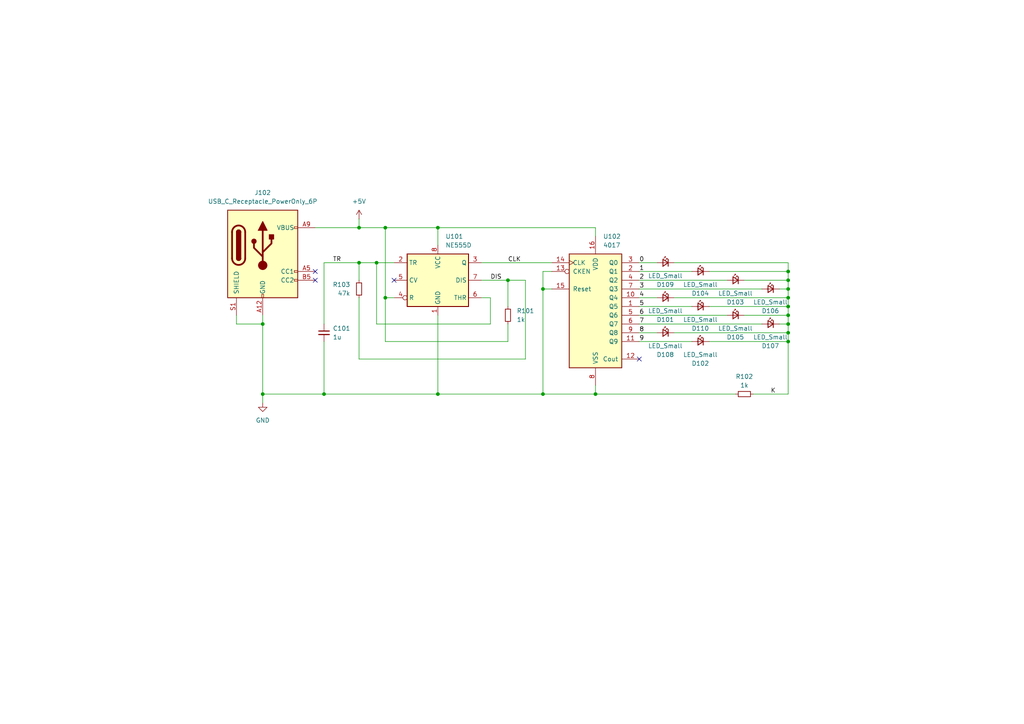
<source format=kicad_sch>
(kicad_sch (version 20231120) (generator "eeschema") (generator_version "8.0")
  (paper "A4")
  (lib_symbols
    (symbol "4xxx:4017" (pin_names (offset 1.016))
      (property "Reference" "U" (at -7.62 16.51 0))
      (property "Value" "4017" (at -7.62 -19.05 0))
      (symbol "4017_1_0"
        (pin output line (at 12.7 0 180) (length 5.08) (name "Q5") (number "1"))
        (pin output line (at 12.7 2.54 180) (length 5.08) (name "Q4") (number "10"))
        (pin output line (at 12.7 -10.16 180) (length 5.08) (name "Q9") (number "11"))
        (pin output line (at 12.7 -15.24 180) (length 5.08) (name "Cout") (number "12"))
        (pin input inverted (at -12.7 10.16 0) (length 5.08) (name "CKEN") (number "13"))
        (pin input clock (at -12.7 12.7 0) (length 5.08) (name "CLK") (number "14"))
        (pin input line (at -12.7 5.08 0) (length 5.08) (name "Reset") (number "15"))
        (pin power_in line (at 0 20.32 270) (length 5.08) (name "VDD") (number "16"))
        (pin output line (at 12.7 10.16 180) (length 5.08) (name "Q1") (number "2"))
        (pin output line (at 12.7 12.7 180) (length 5.08) (name "Q0") (number "3"))
        (pin output line (at 12.7 7.62 180) (length 5.08) (name "Q2") (number "4"))
        (pin output line (at 12.7 -2.54 180) (length 5.08) (name "Q6") (number "5"))
        (pin output line (at 12.7 -5.08 180) (length 5.08) (name "Q7") (number "6"))
        (pin output line (at 12.7 5.08 180) (length 5.08) (name "Q3") (number "7"))
        (pin power_in line (at 0 -22.86 90) (length 5.08) (name "VSS") (number "8"))
        (pin output line (at 12.7 -7.62 180) (length 5.08) (name "Q8") (number "9"))
      )
      (symbol "4017_1_1"
        (rectangle (start -7.62 15.24) (end 7.62 -17.78) (stroke (width 0.254)) (fill (type background)))
      )
    )
    (symbol "Connector:USB_C_Receptacle_PowerOnly_6P" (pin_names (offset 1.016))
      (property "Reference" "J" (at 0 16.51 0))
      (property "Value" "USB_C_Receptacle_PowerOnly_6P" (at 0 13.97 0))
      (symbol "USB_C_Receptacle_PowerOnly_6P_0_0"
        (rectangle (start -0.254 -12.7) (end 0.254 -11.684))
        (rectangle (start 10.16 -7.366) (end 9.144 -7.874))
        (rectangle (start 10.16 -4.826) (end 9.144 -5.334))
        (rectangle (start 10.16 7.874) (end 9.144 7.366))
      )
      (symbol "USB_C_Receptacle_PowerOnly_6P_0_1"
        (rectangle (start -10.16 12.7) (end 10.16 -12.7) (stroke (width 0.254)) (fill (type background)))
        (arc (start -8.89 -1.27) (mid -6.985 -3.1667) (end -5.08 -1.27) (stroke (width 0.508)))
        (arc (start -7.62 -1.27) (mid -6.985 -1.9023) (end -6.35 -1.27) (stroke (width 0.254)))
        (arc (start -7.62 -1.27) (mid -6.985 -1.9023) (end -6.35 -1.27) (stroke (width 0.254)) (fill (type outline)))
        (rectangle (start -7.62 -1.27) (end -6.35 6.35) (stroke (width 0.254)) (fill (type outline)))
        (arc (start -6.35 6.35) (mid -6.985 6.9823) (end -7.62 6.35) (stroke (width 0.254)))
        (arc (start -6.35 6.35) (mid -6.985 6.9823) (end -7.62 6.35) (stroke (width 0.254)) (fill (type outline)))
        (arc (start -5.08 6.35) (mid -6.985 8.2467) (end -8.89 6.35) (stroke (width 0.508)))
        (circle (center -2.54 3.683) (radius 0.635) (stroke (width 0.254)) (fill (type outline)))
        (circle (center 0 -3.302) (radius 1.27) (fill (type outline)))
        (polyline (pts (xy -8.89 -1.27) (xy -8.89 6.35)) (stroke (width 0.508)))
        (polyline (pts (xy -5.08 6.35) (xy -5.08 -1.27)) (stroke (width 0.508)))
        (polyline (pts (xy 0 -3.302) (xy 0 6.858)) (stroke (width 0.508)))
        (polyline (pts (xy 0 -0.762) (xy -2.54 1.778) (xy -2.54 3.048)) (stroke (width 0.508)))
        (polyline (pts (xy 0 0.508) (xy 2.54 3.048) (xy 2.54 4.318)) (stroke (width 0.508)))
        (polyline (pts (xy -1.27 6.858) (xy 0 9.398) (xy 1.27 6.858) (xy -1.27 6.858)) (stroke (width 0.254)) (fill (type outline)))
        (rectangle (start 1.905 4.318) (end 3.175 5.588) (stroke (width 0.254)) (fill (type outline)))
      )
      (symbol "USB_C_Receptacle_PowerOnly_6P_1_1"
        (pin passive line (at 0 -17.78 90) (length 5.08) (name "GND") (number "A12"))
        (pin bidirectional line (at 15.24 -5.08 180) (length 5.08) (name "CC1") (number "A5"))
        (pin passive line (at 15.24 7.62 180) (length 5.08) (name "VBUS") (number "A9"))
        (pin passive line (at 0 -17.78 90) (length 5.08) hide (name "GND") (number "B12"))
        (pin bidirectional line (at 15.24 -7.62 180) (length 5.08) (name "CC2") (number "B5"))
        (pin passive line (at 15.24 7.62 180) (length 5.08) hide (name "VBUS") (number "B9"))
        (pin passive line (at -7.62 -17.78 90) (length 5.08) (name "SHIELD") (number "S1"))
      )
    )
    (symbol "Device:C_Small" (pin_numbers hide) (pin_names (offset 0.254) hide)
      (property "Reference" "C" (at 0.254 1.778 0))
      (property "Value" "C_Small" (at 0.254 -2.032 0))
      (symbol "C_Small_0_1"
        (polyline (pts (xy -1.524 -0.508) (xy 1.524 -0.508)) (stroke (width 0.3302)))
        (polyline (pts (xy -1.524 0.508) (xy 1.524 0.508)) (stroke (width 0.3048)))
      )
      (symbol "C_Small_1_1"
        (pin passive line (at 0 2.54 270) (length 2.032) (name "~") (number "1"))
        (pin passive line (at 0 -2.54 90) (length 2.032) (name "~") (number "2"))
      )
    )
    (symbol "Device:LED_Small" (pin_numbers hide) (pin_names (offset 0.254) hide)
      (property "Reference" "D" (at -1.27 3.175 0))
      (property "Value" "LED_Small" (at -4.445 -2.54 0))
      (symbol "LED_Small_0_1"
        (polyline (pts (xy -0.762 -1.016) (xy -0.762 1.016)) (stroke (width 0.254)))
        (polyline (pts (xy 1.016 0) (xy -0.762 0)))
        (polyline (pts (xy 0.762 -1.016) (xy -0.762 0) (xy 0.762 1.016) (xy 0.762 -1.016)) (stroke (width 0.254)))
        (polyline (pts (xy 0 0.762) (xy -0.508 1.27) (xy -0.254 1.27) (xy -0.508 1.27) (xy -0.508 1.016)))
        (polyline (pts (xy 0.508 1.27) (xy 0 1.778) (xy 0.254 1.778) (xy 0 1.778) (xy 0 1.524)))
      )
      (symbol "LED_Small_1_1"
        (pin passive line (at -2.54 0 0) (length 1.778) (name "K") (number "1"))
        (pin passive line (at 2.54 0 180) (length 1.778) (name "A") (number "2"))
      )
    )
    (symbol "Device:R_Small" (pin_numbers hide) (pin_names (offset 0.254) hide)
      (property "Reference" "R" (at 0.762 0.508 0))
      (property "Value" "R_Small" (at 0.762 -1.016 0))
      (symbol "R_Small_0_1"
        (rectangle (start -0.762 1.778) (end 0.762 -1.778) (stroke (width 0.2032)))
      )
      (symbol "R_Small_1_1"
        (pin passive line (at 0 2.54 270) (length 0.762) (name "~") (number "1"))
        (pin passive line (at 0 -2.54 90) (length 0.762) (name "~") (number "2"))
      )
    )
    (symbol "Timer:NE555D"
      (property "Reference" "U" (at -10.16 8.89 0))
      (property "Value" "NE555D" (at 2.54 8.89 0))
      (symbol "NE555D_0_0"
        (pin power_in line (at 0 -10.16 90) (length 2.54) (name "GND") (number "1"))
        (pin power_in line (at 0 10.16 270) (length 2.54) (name "VCC") (number "8"))
      )
      (symbol "NE555D_0_1"
        (rectangle (start -8.89 -7.62) (end 8.89 7.62) (stroke (width 0.254)) (fill (type background)))
        (rectangle (start -8.89 -7.62) (end 8.89 7.62) (stroke (width 0.254)) (fill (type background)))
      )
      (symbol "NE555D_1_1"
        (pin input line (at -12.7 5.08 0) (length 3.81) (name "TR") (number "2"))
        (pin output line (at 12.7 5.08 180) (length 3.81) (name "Q") (number "3"))
        (pin input inverted (at -12.7 -5.08 0) (length 3.81) (name "R") (number "4"))
        (pin input line (at -12.7 0 0) (length 3.81) (name "CV") (number "5"))
        (pin input line (at 12.7 -5.08 180) (length 3.81) (name "THR") (number "6"))
        (pin input line (at 12.7 0 180) (length 3.81) (name "DIS") (number "7"))
      )
    )
    (symbol "power:+5V" (power) (pin_numbers hide) (pin_names (offset 0) hide)
      (property "Value" "+5V" (at 0 3.556 0))
      (symbol "+5V_0_1"
        (polyline (pts (xy -0.762 1.27) (xy 0 2.54)))
        (polyline (pts (xy 0 0) (xy 0 2.54)))
        (polyline (pts (xy 0 2.54) (xy 0.762 1.27)))
      )
      (symbol "+5V_1_1"
        (pin power_in line (at 0 0 90) (length 0) (name "~") (number "1"))
      )
    )
    (symbol "power:GND" (power) (pin_numbers hide) (pin_names (offset 0) hide)
      (property "Value" "GND" (at 0 -3.81 0))
      (symbol "GND_0_1"
        (polyline (pts (xy 0 0) (xy 0 -1.27) (xy 1.27 -1.27) (xy 0 -2.54) (xy -1.27 -1.27) (xy 0 -1.27)))
      )
      (symbol "GND_1_1"
        (pin power_in line (at 0 0 270) (length 0) (name "~") (number "1"))
      )
    )
  )
  (junction (at 228.6 88.9))
  (junction (at 93.98 114.3))
  (junction (at 147.32 81.28))
  (junction (at 228.6 83.82))
  (junction (at 228.6 78.74))
  (junction (at 76.2 114.3))
  (junction (at 228.6 81.28))
  (junction (at 228.6 96.52))
  (junction (at 104.14 76.2))
  (junction (at 76.2 93.98))
  (junction (at 172.72 114.3))
  (junction (at 127 114.3))
  (junction (at 127 66.04))
  (junction (at 228.6 99.06))
  (junction (at 111.76 66.04))
  (junction (at 109.22 76.2))
  (junction (at 228.6 86.36))
  (junction (at 157.48 83.82))
  (junction (at 104.14 66.04))
  (junction (at 228.6 93.98))
  (junction (at 228.6 91.44))
  (junction (at 157.48 114.3))
  (junction (at 111.76 86.36))
  (no_connect (at 114.3 81.28))
  (no_connect (at 91.44 81.28))
  (no_connect (at 91.44 78.74))
  (no_connect (at 185.42 104.14))
  (wire (pts (xy 157.48 83.82) (xy 160.02 83.82)))
  (wire (pts (xy 76.2 93.98) (xy 76.2 114.3)))
  (wire (pts (xy 93.98 114.3) (xy 127 114.3)))
  (wire (pts (xy 185.42 93.98) (xy 220.98 93.98)))
  (wire (pts (xy 172.72 114.3) (xy 213.36 114.3)))
  (wire (pts (xy 109.22 76.2) (xy 114.3 76.2)))
  (wire (pts (xy 185.42 76.2) (xy 190.5 76.2)))
  (wire (pts (xy 228.6 88.9) (xy 228.6 91.44)))
  (wire (pts (xy 139.7 81.28) (xy 147.32 81.28)))
  (wire (pts (xy 152.4 104.14) (xy 152.4 81.28)))
  (wire (pts (xy 172.72 111.76) (xy 172.72 114.3)))
  (wire (pts (xy 111.76 66.04) (xy 127 66.04)))
  (wire (pts (xy 185.42 86.36) (xy 190.5 86.36)))
  (wire (pts (xy 185.42 88.9) (xy 200.66 88.9)))
  (wire (pts (xy 76.2 91.44) (xy 76.2 93.98)))
  (wire (pts (xy 104.14 66.04) (xy 111.76 66.04)))
  (wire (pts (xy 114.3 86.36) (xy 111.76 86.36)))
  (wire (pts (xy 218.44 114.3) (xy 228.6 114.3)))
  (wire (pts (xy 185.42 83.82) (xy 220.98 83.82)))
  (wire (pts (xy 147.32 99.06) (xy 111.76 99.06)))
  (wire (pts (xy 228.6 96.52) (xy 228.6 99.06)))
  (wire (pts (xy 76.2 114.3) (xy 76.2 116.84)))
  (wire (pts (xy 91.44 66.04) (xy 104.14 66.04)))
  (wire (pts (xy 195.58 96.52) (xy 228.6 96.52)))
  (wire (pts (xy 139.7 86.36) (xy 142.24 86.36)))
  (wire (pts (xy 93.98 99.06) (xy 93.98 114.3)))
  (wire (pts (xy 111.76 86.36) (xy 111.76 66.04)))
  (wire (pts (xy 68.58 93.98) (xy 76.2 93.98)))
  (wire (pts (xy 104.14 86.36) (xy 104.14 104.14)))
  (wire (pts (xy 142.24 86.36) (xy 142.24 93.98)))
  (wire (pts (xy 228.6 93.98) (xy 228.6 96.52)))
  (wire (pts (xy 139.7 76.2) (xy 160.02 76.2)))
  (wire (pts (xy 142.24 93.98) (xy 109.22 93.98)))
  (wire (pts (xy 93.98 76.2) (xy 104.14 76.2)))
  (wire (pts (xy 157.48 78.74) (xy 157.48 83.82)))
  (wire (pts (xy 195.58 76.2) (xy 228.6 76.2)))
  (wire (pts (xy 215.9 91.44) (xy 228.6 91.44)))
  (wire (pts (xy 93.98 93.98) (xy 93.98 76.2)))
  (wire (pts (xy 205.74 78.74) (xy 228.6 78.74)))
  (wire (pts (xy 185.42 81.28) (xy 210.82 81.28)))
  (wire (pts (xy 157.48 114.3) (xy 127 114.3)))
  (wire (pts (xy 195.58 86.36) (xy 228.6 86.36)))
  (wire (pts (xy 127 71.12) (xy 127 66.04)))
  (wire (pts (xy 228.6 83.82) (xy 228.6 86.36)))
  (wire (pts (xy 111.76 99.06) (xy 111.76 86.36)))
  (wire (pts (xy 104.14 104.14) (xy 152.4 104.14)))
  (wire (pts (xy 104.14 63.5) (xy 104.14 66.04)))
  (wire (pts (xy 228.6 86.36) (xy 228.6 88.9)))
  (wire (pts (xy 147.32 93.98) (xy 147.32 99.06)))
  (wire (pts (xy 172.72 66.04) (xy 172.72 68.58)))
  (wire (pts (xy 185.42 78.74) (xy 200.66 78.74)))
  (wire (pts (xy 228.6 76.2) (xy 228.6 78.74)))
  (wire (pts (xy 205.74 99.06) (xy 228.6 99.06)))
  (wire (pts (xy 185.42 91.44) (xy 210.82 91.44)))
  (wire (pts (xy 104.14 81.28) (xy 104.14 76.2)))
  (wire (pts (xy 205.74 88.9) (xy 228.6 88.9)))
  (wire (pts (xy 160.02 78.74) (xy 157.48 78.74)))
  (wire (pts (xy 147.32 81.28) (xy 147.32 88.9)))
  (wire (pts (xy 127 66.04) (xy 172.72 66.04)))
  (wire (pts (xy 215.9 81.28) (xy 228.6 81.28)))
  (wire (pts (xy 127 114.3) (xy 127 91.44)))
  (wire (pts (xy 76.2 114.3) (xy 93.98 114.3)))
  (wire (pts (xy 228.6 78.74) (xy 228.6 81.28)))
  (wire (pts (xy 172.72 114.3) (xy 157.48 114.3)))
  (wire (pts (xy 104.14 76.2) (xy 109.22 76.2)))
  (wire (pts (xy 226.06 83.82) (xy 228.6 83.82)))
  (wire (pts (xy 185.42 99.06) (xy 200.66 99.06)))
  (wire (pts (xy 157.48 83.82) (xy 157.48 114.3)))
  (wire (pts (xy 228.6 99.06) (xy 228.6 114.3)))
  (wire (pts (xy 68.58 91.44) (xy 68.58 93.98)))
  (wire (pts (xy 226.06 93.98) (xy 228.6 93.98)))
  (wire (pts (xy 185.42 96.52) (xy 190.5 96.52)))
  (wire (pts (xy 228.6 81.28) (xy 228.6 83.82)))
  (wire (pts (xy 152.4 81.28) (xy 147.32 81.28)))
  (wire (pts (xy 109.22 93.98) (xy 109.22 76.2)))
  (wire (pts (xy 228.6 91.44) (xy 228.6 93.98)))
  (label "6" (at 185.42 91.44 0))
  (label "1" (at 185.42 78.74 0))
  (label "DIS" (at 142.24 81.28 0))
  (label "9" (at 185.42 99.06 0))
  (label "7" (at 185.42 93.98 0))
  (label "4" (at 185.42 86.36 0))
  (label "2" (at 185.42 81.28 0))
  (label "0" (at 185.42 76.2 0))
  (label "TR" (at 96.52 76.2 0))
  (label "K" (at 223.52 114.3 0))
  (label "3" (at 185.42 83.82 0))
  (label "5" (at 185.42 88.9 0))
  (label "8" (at 185.42 96.52 0))
  (label "CLK" (at 147.32 76.2 0))
  (symbol (lib_id "Timer:NE555D") (at 127 81.28 0) (unit 1)
    (property "Reference" "U101" (at 129.1941 68.58 0) (effects (justify left)))
    (property "Value" "NE555D" (at 129.1941 71.12 0) (effects (justify left)))
    (property "Footprint" "Package_SO:SOIC-8_3.9x4.9mm_P1.27mm" (effects (hide yes)))
    (property "Datasheet" "http://www.ti.com/lit/ds/symlink/ne555.pdf" (effects (hide yes)))
    (property "Description" "Precision Timers, 555 compatible, SOIC-8" (effects (hide yes)))
  )
  (symbol (lib_id "Device:LED_Small") (at 203.2 78.74 0) (mirror y) (unit 1)
    (property "Reference" "D104" (at 203.1365 85.09 0))
    (property "Value" "LED_Small" (at 203.1365 82.55 0))
    (property "Footprint" "LED_SMD:LED_0402_1005Metric" (effects (hide yes)))
    (property "Description" "Light emitting diode, small symbol" (effects (hide yes)))
  )
  (symbol (lib_id "Device:LED_Small") (at 203.2 88.9 0) (mirror y) (unit 1)
    (property "Reference" "D110" (at 203.1365 95.25 0))
    (property "Value" "LED_Small" (at 203.1365 92.71 0))
    (property "Footprint" "LED_SMD:LED_0402_1005Metric" (effects (hide yes)))
    (property "Description" "Light emitting diode, small symbol" (effects (hide yes)))
  )
  (symbol (lib_id "Device:LED_Small") (at 213.36 81.28 0) (mirror y) (unit 1)
    (property "Reference" "D103" (at 213.2965 87.63 0))
    (property "Value" "LED_Small" (at 213.2965 85.09 0))
    (property "Footprint" "LED_SMD:LED_0402_1005Metric" (effects (hide yes)))
    (property "Description" "Light emitting diode, small symbol" (effects (hide yes)))
  )
  (symbol (lib_id "power:GND") (at 76.2 116.84 0) (unit 1)
    (property "Reference" "#PWR0102" (effects (hide yes)))
    (property "Value" "GND" (at 76.2 121.92 0))
    (property "Description" "Power symbol creates a global label with name \"GND\" , ground" (effects (hide yes)))
  )
  (symbol (lib_id "Device:R_Small") (at 215.9 114.3 90) (unit 1)
    (property "Reference" "R102" (at 215.9 109.22 90))
    (property "Value" "1k" (at 215.9 111.76 90))
    (property "Footprint" "Resistor_SMD:R_0402_1005Metric" (effects (hide yes)))
    (property "Description" "Resistor, small symbol" (effects (hide yes)))
  )
  (symbol (lib_id "Device:LED_Small") (at 223.52 93.98 0) (mirror y) (unit 1)
    (property "Reference" "D107" (at 223.4565 100.33 0))
    (property "Value" "LED_Small" (at 223.4565 97.79 0))
    (property "Footprint" "LED_SMD:LED_0402_1005Metric" (effects (hide yes)))
    (property "Description" "Light emitting diode, small symbol" (effects (hide yes)))
  )
  (symbol (lib_id "Device:LED_Small") (at 193.04 76.2 0) (mirror y) (unit 1)
    (property "Reference" "D109" (at 192.9765 82.55 0))
    (property "Value" "LED_Small" (at 192.9765 80.01 0))
    (property "Footprint" "LED_SMD:LED_0402_1005Metric" (effects (hide yes)))
    (property "Description" "Light emitting diode, small symbol" (effects (hide yes)))
  )
  (symbol (lib_id "Device:R_Small") (at 147.32 91.44 0) (unit 1)
    (property "Reference" "R101" (at 149.86 90.1699 0) (effects (justify left)))
    (property "Value" "1k" (at 149.86 92.7099 0) (effects (justify left)))
    (property "Footprint" "Resistor_SMD:R_0402_1005Metric" (effects (hide yes)))
    (property "Description" "Resistor, small symbol" (effects (hide yes)))
  )
  (symbol (lib_id "Device:LED_Small") (at 213.36 91.44 0) (mirror y) (unit 1)
    (property "Reference" "D105" (at 213.2965 97.79 0))
    (property "Value" "LED_Small" (at 213.2965 95.25 0))
    (property "Footprint" "LED_SMD:LED_0402_1005Metric" (effects (hide yes)))
    (property "Description" "Light emitting diode, small symbol" (effects (hide yes)))
  )
  (symbol (lib_id "Device:LED_Small") (at 193.04 96.52 0) (mirror y) (unit 1)
    (property "Reference" "D108" (at 192.9765 102.87 0))
    (property "Value" "LED_Small" (at 192.9765 100.33 0))
    (property "Footprint" "LED_SMD:LED_0402_1005Metric" (effects (hide yes)))
    (property "Description" "Light emitting diode, small symbol" (effects (hide yes)))
  )
  (symbol (lib_id "Connector:USB_C_Receptacle_PowerOnly_6P") (at 76.2 73.66 0) (unit 1)
    (property "Reference" "J102" (at 76.2 55.88 0))
    (property "Value" "USB_C_Receptacle_PowerOnly_6P" (at 76.2 58.42 0))
    (property "Footprint" "Connector_USB:USB_C_Receptacle_GCT_USB4135-GF-A_6P_TopMnt_Horizontal" (effects (hide yes)))
    (property "Datasheet" "https://www.usb.org/sites/default/files/documents/usb_type-c.zip" (effects (hide yes)))
    (property "Description" "USB Power-Only 6P Type-C Receptacle connector" (effects (hide yes)))
  )
  (symbol (lib_id "Device:C_Small") (at 93.98 96.52 0) (unit 1)
    (property "Reference" "C101" (at 96.52 95.2562 0) (effects (justify left)))
    (property "Value" "1u" (at 96.52 97.7962 0) (effects (justify left)))
    (property "Footprint" "Capacitor_SMD:C_0402_1005Metric" (effects (hide yes)))
    (property "Description" "Unpolarized capacitor, small symbol" (effects (hide yes)))
  )
  (symbol (lib_id "Device:LED_Small") (at 203.2 99.06 0) (mirror y) (unit 1)
    (property "Reference" "D102" (at 203.1365 105.41 0))
    (property "Value" "LED_Small" (at 203.1365 102.87 0))
    (property "Footprint" "LED_SMD:LED_0402_1005Metric" (effects (hide yes)))
    (property "Description" "Light emitting diode, small symbol" (effects (hide yes)))
  )
  (symbol (lib_id "Device:R_Small") (at 104.14 83.82 0) (mirror y) (unit 1)
    (property "Reference" "R103" (at 101.6 82.5499 0) (effects (justify left)))
    (property "Value" "47k" (at 101.6 85.0899 0) (effects (justify left)))
    (property "Footprint" "Resistor_SMD:R_0402_1005Metric" (effects (hide yes)))
    (property "Description" "Resistor, small symbol" (effects (hide yes)))
  )
  (symbol (lib_id "Device:LED_Small") (at 193.04 86.36 0) (mirror y) (unit 1)
    (property "Reference" "D101" (at 192.9765 92.71 0))
    (property "Value" "LED_Small" (at 192.9765 90.17 0))
    (property "Footprint" "LED_SMD:LED_0402_1005Metric" (effects (hide yes)))
    (property "Description" "Light emitting diode, small symbol" (effects (hide yes)))
  )
  (symbol (lib_id "power:+5V") (at 104.14 63.5 0) (unit 1)
    (property "Reference" "#PWR0101" (effects (hide yes)))
    (property "Value" "+5V" (at 104.14 58.42 0))
    (property "Description" "Power symbol creates a global label with name \"+5V\"" (effects (hide yes)))
  )
  (symbol (lib_id "Device:LED_Small") (at 223.52 83.82 0) (mirror y) (unit 1)
    (property "Reference" "D106" (at 223.4565 90.17 0))
    (property "Value" "LED_Small" (at 223.4565 87.63 0))
    (property "Footprint" "LED_SMD:LED_0402_1005Metric" (effects (hide yes)))
    (property "Description" "Light emitting diode, small symbol" (effects (hide yes)))
  )
  (symbol (lib_id "4xxx:4017") (at 172.72 88.9 0) (unit 1)
    (property "Reference" "U102" (at 174.9141 68.58 0) (effects (justify left)))
    (property "Value" "4017" (at 174.9141 71.12 0) (effects (justify left)))
    (property "Footprint" "Package_SO:SOP-16_3.9x9.9mm_P1.27mm" (effects (hide yes)))
    (property "Datasheet" "http://www.intersil.com/content/dam/Intersil/documents/cd40/cd4017bms-22bms.pdf" (effects (hide yes)))
    (property "Description" "Johnson Counter ( 10 outputs )" (effects (hide yes)))
  )
)
</source>
